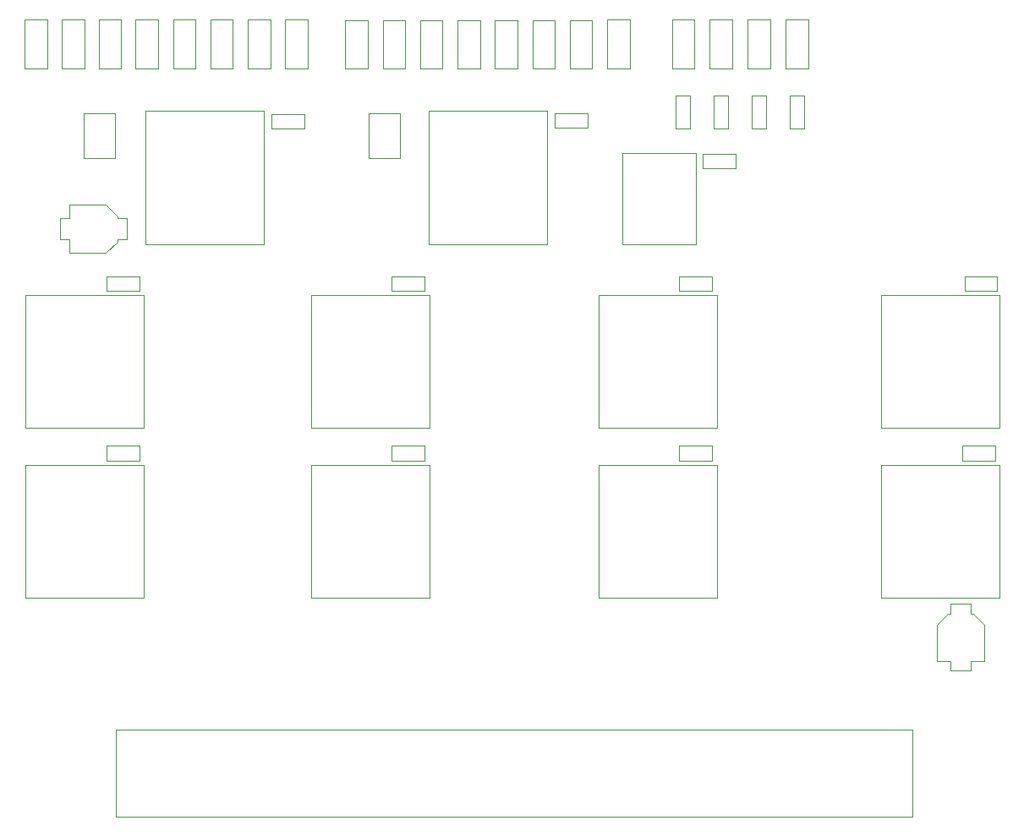
<source format=gbr>
G04 #@! TF.GenerationSoftware,KiCad,Pcbnew,(5.1.8)-1*
G04 #@! TF.CreationDate,2021-01-15T18:20:38-08:00*
G04 #@! TF.ProjectId,GPRModule,4750524d-6f64-4756-9c65-2e6b69636164,1.3*
G04 #@! TF.SameCoordinates,Original*
G04 #@! TF.FileFunction,Other,User*
%FSLAX46Y46*%
G04 Gerber Fmt 4.6, Leading zero omitted, Abs format (unit mm)*
G04 Created by KiCad (PCBNEW (5.1.8)-1) date 2021-01-15 18:20:38*
%MOMM*%
%LPD*%
G01*
G04 APERTURE LIST*
%ADD10C,0.050000*%
G04 APERTURE END LIST*
D10*
X98700000Y-67770000D02*
X101800000Y-67770000D01*
X98700000Y-67770000D02*
X98700000Y-72270000D01*
X101800000Y-72270000D02*
X101800000Y-67770000D01*
X101800000Y-72270000D02*
X98700000Y-72270000D01*
X92870000Y-102950000D02*
X92870000Y-116250000D01*
X92870000Y-116250000D02*
X104730000Y-116250000D01*
X104730000Y-116250000D02*
X104730000Y-102950000D01*
X104730000Y-102950000D02*
X92870000Y-102950000D01*
X100180000Y-58400000D02*
X102420000Y-58400000D01*
X102420000Y-58400000D02*
X102420000Y-63300000D01*
X102420000Y-63300000D02*
X100180000Y-63300000D01*
X100180000Y-63300000D02*
X100180000Y-58400000D01*
X186875000Y-85530000D02*
X186875000Y-84070000D01*
X186875000Y-84070000D02*
X190175000Y-84070000D01*
X190175000Y-84070000D02*
X190175000Y-85530000D01*
X190175000Y-85530000D02*
X186875000Y-85530000D01*
X189975000Y-102530000D02*
X186675000Y-102530000D01*
X189975000Y-101070000D02*
X189975000Y-102530000D01*
X186675000Y-101070000D02*
X189975000Y-101070000D01*
X186675000Y-102530000D02*
X186675000Y-101070000D01*
X161625000Y-102530000D02*
X158325000Y-102530000D01*
X161625000Y-101070000D02*
X161625000Y-102530000D01*
X158325000Y-101070000D02*
X161625000Y-101070000D01*
X158325000Y-102530000D02*
X158325000Y-101070000D01*
X158330000Y-85530000D02*
X158330000Y-84070000D01*
X158330000Y-84070000D02*
X161630000Y-84070000D01*
X161630000Y-84070000D02*
X161630000Y-85530000D01*
X161630000Y-85530000D02*
X158330000Y-85530000D01*
X132775000Y-102530000D02*
X129475000Y-102530000D01*
X132775000Y-101070000D02*
X132775000Y-102530000D01*
X129475000Y-101070000D02*
X132775000Y-101070000D01*
X129475000Y-102530000D02*
X129475000Y-101070000D01*
X129475000Y-85530000D02*
X129475000Y-84070000D01*
X129475000Y-84070000D02*
X132775000Y-84070000D01*
X132775000Y-84070000D02*
X132775000Y-85530000D01*
X132775000Y-85530000D02*
X129475000Y-85530000D01*
X104250000Y-102530000D02*
X100950000Y-102530000D01*
X104250000Y-101070000D02*
X104250000Y-102530000D01*
X100950000Y-101070000D02*
X104250000Y-101070000D01*
X100950000Y-102530000D02*
X100950000Y-101070000D01*
X104250000Y-85530000D02*
X100950000Y-85530000D01*
X104250000Y-84070000D02*
X104250000Y-85530000D01*
X100950000Y-84070000D02*
X104250000Y-84070000D01*
X100950000Y-85530000D02*
X100950000Y-84070000D01*
X120750000Y-67820000D02*
X120750000Y-69280000D01*
X120750000Y-69280000D02*
X117450000Y-69280000D01*
X117450000Y-69280000D02*
X117450000Y-67820000D01*
X117450000Y-67820000D02*
X120750000Y-67820000D01*
X145850000Y-67770000D02*
X149150000Y-67770000D01*
X145850000Y-69230000D02*
X145850000Y-67770000D01*
X149150000Y-69230000D02*
X145850000Y-69230000D01*
X149150000Y-67770000D02*
X149150000Y-69230000D01*
X163950000Y-71820000D02*
X163950000Y-73280000D01*
X163950000Y-73280000D02*
X160650000Y-73280000D01*
X160650000Y-73280000D02*
X160650000Y-71820000D01*
X160650000Y-71820000D02*
X163950000Y-71820000D01*
X151130000Y-63300000D02*
X151130000Y-58400000D01*
X153370000Y-63300000D02*
X151130000Y-63300000D01*
X153370000Y-58400000D02*
X153370000Y-63300000D01*
X151130000Y-58400000D02*
X153370000Y-58400000D01*
X147380000Y-63312500D02*
X147380000Y-58412500D01*
X149620000Y-63312500D02*
X147380000Y-63312500D01*
X149620000Y-58412500D02*
X149620000Y-63312500D01*
X147380000Y-58412500D02*
X149620000Y-58412500D01*
X143630000Y-58412500D02*
X145870000Y-58412500D01*
X145870000Y-58412500D02*
X145870000Y-63312500D01*
X145870000Y-63312500D02*
X143630000Y-63312500D01*
X143630000Y-63312500D02*
X143630000Y-58412500D01*
X139880000Y-58412500D02*
X142120000Y-58412500D01*
X142120000Y-58412500D02*
X142120000Y-63312500D01*
X142120000Y-63312500D02*
X139880000Y-63312500D01*
X139880000Y-63312500D02*
X139880000Y-58412500D01*
X136130000Y-63312500D02*
X136130000Y-58412500D01*
X138370000Y-63312500D02*
X136130000Y-63312500D01*
X138370000Y-58412500D02*
X138370000Y-63312500D01*
X136130000Y-58412500D02*
X138370000Y-58412500D01*
X132380000Y-63312500D02*
X132380000Y-58412500D01*
X134620000Y-63312500D02*
X132380000Y-63312500D01*
X134620000Y-58412500D02*
X134620000Y-63312500D01*
X132380000Y-58412500D02*
X134620000Y-58412500D01*
X128630000Y-58412500D02*
X130870000Y-58412500D01*
X130870000Y-58412500D02*
X130870000Y-63312500D01*
X130870000Y-63312500D02*
X128630000Y-63312500D01*
X128630000Y-63312500D02*
X128630000Y-58412500D01*
X124880000Y-63312500D02*
X124880000Y-58412500D01*
X127120000Y-63312500D02*
X124880000Y-63312500D01*
X127120000Y-58412500D02*
X127120000Y-63312500D01*
X124880000Y-58412500D02*
X127120000Y-58412500D01*
X118880000Y-58400000D02*
X121120000Y-58400000D01*
X121120000Y-58400000D02*
X121120000Y-63300000D01*
X121120000Y-63300000D02*
X118880000Y-63300000D01*
X118880000Y-63300000D02*
X118880000Y-58400000D01*
X115130000Y-58400000D02*
X117370000Y-58400000D01*
X117370000Y-58400000D02*
X117370000Y-63300000D01*
X117370000Y-63300000D02*
X115130000Y-63300000D01*
X115130000Y-63300000D02*
X115130000Y-58400000D01*
X111380000Y-63300000D02*
X111380000Y-58400000D01*
X113620000Y-63300000D02*
X111380000Y-63300000D01*
X113620000Y-58400000D02*
X113620000Y-63300000D01*
X111380000Y-58400000D02*
X113620000Y-58400000D01*
X107630000Y-58400000D02*
X109870000Y-58400000D01*
X109870000Y-58400000D02*
X109870000Y-63300000D01*
X109870000Y-63300000D02*
X107630000Y-63300000D01*
X107630000Y-63300000D02*
X107630000Y-58400000D01*
X103880000Y-63300000D02*
X103880000Y-58400000D01*
X106120000Y-63300000D02*
X103880000Y-63300000D01*
X106120000Y-58400000D02*
X106120000Y-63300000D01*
X103880000Y-58400000D02*
X106120000Y-58400000D01*
X96530000Y-63300000D02*
X96530000Y-58400000D01*
X98770000Y-63300000D02*
X96530000Y-63300000D01*
X98770000Y-58400000D02*
X98770000Y-63300000D01*
X96530000Y-58400000D02*
X98770000Y-58400000D01*
X92780000Y-58400000D02*
X95020000Y-58400000D01*
X95020000Y-58400000D02*
X95020000Y-63300000D01*
X95020000Y-63300000D02*
X92780000Y-63300000D01*
X92780000Y-63300000D02*
X92780000Y-58400000D01*
X171220000Y-63287500D02*
X168980000Y-63287500D01*
X168980000Y-63287500D02*
X168980000Y-58387500D01*
X168980000Y-58387500D02*
X171220000Y-58387500D01*
X171220000Y-58387500D02*
X171220000Y-63287500D01*
X167420000Y-58387500D02*
X167420000Y-63287500D01*
X165180000Y-58387500D02*
X167420000Y-58387500D01*
X165180000Y-63287500D02*
X165180000Y-58387500D01*
X167420000Y-63287500D02*
X165180000Y-63287500D01*
X163620000Y-63287500D02*
X161380000Y-63287500D01*
X161380000Y-63287500D02*
X161380000Y-58387500D01*
X161380000Y-58387500D02*
X163620000Y-58387500D01*
X163620000Y-58387500D02*
X163620000Y-63287500D01*
X157580000Y-63297500D02*
X157580000Y-58397500D01*
X159820000Y-63297500D02*
X157580000Y-63297500D01*
X159820000Y-58397500D02*
X159820000Y-63297500D01*
X157580000Y-58397500D02*
X159820000Y-58397500D01*
X181670000Y-138220000D02*
X101930000Y-138220000D01*
X181670000Y-138220000D02*
X181670000Y-129460000D01*
X101930000Y-129460000D02*
X101930000Y-138220000D01*
X101930000Y-129460000D02*
X181670000Y-129460000D01*
X170820000Y-66010000D02*
X170820000Y-69310000D01*
X169360000Y-66010000D02*
X170820000Y-66010000D01*
X169360000Y-69310000D02*
X169360000Y-66010000D01*
X170820000Y-69310000D02*
X169360000Y-69310000D01*
X167020000Y-69310000D02*
X165560000Y-69310000D01*
X165560000Y-69310000D02*
X165560000Y-66010000D01*
X165560000Y-66010000D02*
X167020000Y-66010000D01*
X167020000Y-66010000D02*
X167020000Y-69310000D01*
X163220000Y-66010000D02*
X163220000Y-69310000D01*
X161760000Y-66010000D02*
X163220000Y-66010000D01*
X161760000Y-69310000D02*
X161760000Y-66010000D01*
X163220000Y-69310000D02*
X161760000Y-69310000D01*
X159420000Y-69310000D02*
X157960000Y-69310000D01*
X157960000Y-69310000D02*
X157960000Y-66010000D01*
X157960000Y-66010000D02*
X159420000Y-66010000D01*
X159420000Y-66010000D02*
X159420000Y-69310000D01*
X130350000Y-72250000D02*
X127250000Y-72250000D01*
X130350000Y-72250000D02*
X130350000Y-67750000D01*
X127250000Y-67750000D02*
X127250000Y-72250000D01*
X127250000Y-67750000D02*
X130350000Y-67750000D01*
X190430000Y-85950000D02*
X178570000Y-85950000D01*
X190430000Y-99250000D02*
X190430000Y-85950000D01*
X178570000Y-99250000D02*
X190430000Y-99250000D01*
X178570000Y-85950000D02*
X178570000Y-99250000D01*
X178570000Y-102950000D02*
X178570000Y-116250000D01*
X178570000Y-116250000D02*
X190430000Y-116250000D01*
X190430000Y-116250000D02*
X190430000Y-102950000D01*
X190430000Y-102950000D02*
X178570000Y-102950000D01*
X150270000Y-102950000D02*
X150270000Y-116250000D01*
X150270000Y-116250000D02*
X162130000Y-116250000D01*
X162130000Y-116250000D02*
X162130000Y-102950000D01*
X162130000Y-102950000D02*
X150270000Y-102950000D01*
X162130000Y-85950000D02*
X150270000Y-85950000D01*
X162130000Y-99250000D02*
X162130000Y-85950000D01*
X150270000Y-99250000D02*
X162130000Y-99250000D01*
X150270000Y-85950000D02*
X150270000Y-99250000D01*
X121470000Y-102950000D02*
X121470000Y-116250000D01*
X121470000Y-116250000D02*
X133330000Y-116250000D01*
X133330000Y-116250000D02*
X133330000Y-102950000D01*
X133330000Y-102950000D02*
X121470000Y-102950000D01*
X133330000Y-85950000D02*
X121470000Y-85950000D01*
X133330000Y-99250000D02*
X133330000Y-85950000D01*
X121470000Y-99250000D02*
X133330000Y-99250000D01*
X121470000Y-85950000D02*
X121470000Y-99250000D01*
X104730000Y-85950000D02*
X92870000Y-85950000D01*
X104730000Y-99250000D02*
X104730000Y-85950000D01*
X92870000Y-99250000D02*
X104730000Y-99250000D01*
X92870000Y-85950000D02*
X92870000Y-99250000D01*
X104870000Y-67550000D02*
X104870000Y-80850000D01*
X104870000Y-80850000D02*
X116730000Y-80850000D01*
X116730000Y-80850000D02*
X116730000Y-67550000D01*
X116730000Y-67550000D02*
X104870000Y-67550000D01*
X145130000Y-67550000D02*
X133270000Y-67550000D01*
X145130000Y-80850000D02*
X145130000Y-67550000D01*
X133270000Y-80850000D02*
X145130000Y-80850000D01*
X133270000Y-67550000D02*
X133270000Y-80850000D01*
X185450000Y-116900000D02*
X185450000Y-117850000D01*
X187550000Y-116900000D02*
X185450000Y-116900000D01*
X187550000Y-117850000D02*
X187550000Y-116900000D01*
X185450000Y-117850000D02*
X185250000Y-117850000D01*
X187750000Y-117850000D02*
X187550000Y-117850000D01*
X187750000Y-117850000D02*
X188900000Y-119000000D01*
X185250000Y-117850000D02*
X184100000Y-119000000D01*
X188900000Y-119000000D02*
X188900000Y-122650000D01*
X184100000Y-119000000D02*
X184100000Y-122650000D01*
X185450000Y-122650000D02*
X184100000Y-122650000D01*
X185450000Y-123600000D02*
X185450000Y-122650000D01*
X187550000Y-123600000D02*
X185450000Y-123600000D01*
X187550000Y-122650000D02*
X187550000Y-123600000D01*
X188900000Y-122650000D02*
X187550000Y-122650000D01*
X97250000Y-81750000D02*
X97250000Y-80400000D01*
X97250000Y-80400000D02*
X96300000Y-80400000D01*
X96300000Y-80400000D02*
X96300000Y-78300000D01*
X96300000Y-78300000D02*
X97250000Y-78300000D01*
X97250000Y-78300000D02*
X97250000Y-76950000D01*
X100900000Y-76950000D02*
X97250000Y-76950000D01*
X100900000Y-81750000D02*
X97250000Y-81750000D01*
X102050000Y-78100000D02*
X100900000Y-76950000D01*
X102050000Y-80600000D02*
X100900000Y-81750000D01*
X102050000Y-80600000D02*
X102050000Y-80400000D01*
X102050000Y-78300000D02*
X102050000Y-78100000D01*
X102050000Y-80400000D02*
X103000000Y-80400000D01*
X103000000Y-80400000D02*
X103000000Y-78300000D01*
X103000000Y-78300000D02*
X102050000Y-78300000D01*
X160000000Y-71730000D02*
X152600000Y-71730000D01*
X160000000Y-80890000D02*
X160000000Y-71730000D01*
X152600000Y-80890000D02*
X160000000Y-80890000D01*
X152600000Y-71730000D02*
X152600000Y-80890000D01*
M02*

</source>
